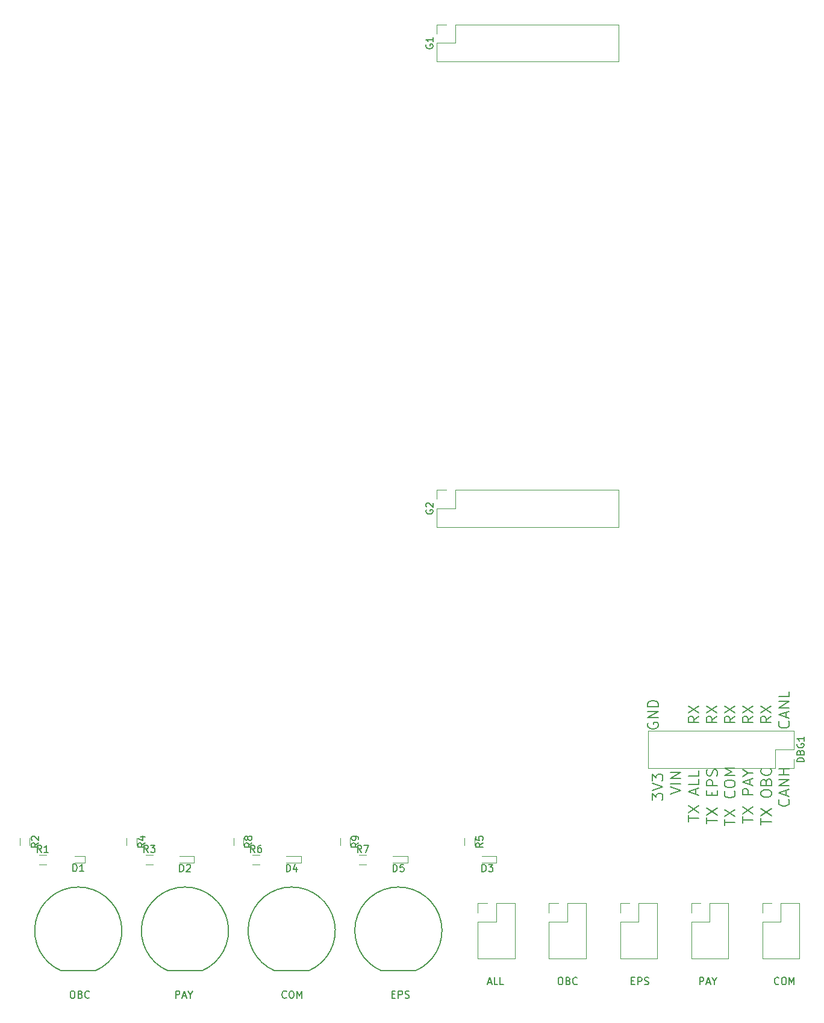
<source format=gto>
G04 #@! TF.FileFunction,Legend,Top*
%FSLAX46Y46*%
G04 Gerber Fmt 4.6, Leading zero omitted, Abs format (unit mm)*
G04 Created by KiCad (PCBNEW 4.0.6) date Monday, August 21, 2017 'PMt' 07:16:47 PM*
%MOMM*%
%LPD*%
G01*
G04 APERTURE LIST*
%ADD10C,0.100000*%
%ADD11C,0.150000*%
%ADD12C,0.120000*%
G04 APERTURE END LIST*
D10*
D11*
X132600000Y-138302857D02*
X132528571Y-138445714D01*
X132528571Y-138660000D01*
X132600000Y-138874285D01*
X132742857Y-139017143D01*
X132885714Y-139088571D01*
X133171429Y-139160000D01*
X133385714Y-139160000D01*
X133671429Y-139088571D01*
X133814286Y-139017143D01*
X133957143Y-138874285D01*
X134028571Y-138660000D01*
X134028571Y-138517143D01*
X133957143Y-138302857D01*
X133885714Y-138231428D01*
X133385714Y-138231428D01*
X133385714Y-138517143D01*
X134028571Y-137588571D02*
X132528571Y-137588571D01*
X134028571Y-136731428D01*
X132528571Y-136731428D01*
X134028571Y-136017142D02*
X132528571Y-136017142D01*
X132528571Y-135659999D01*
X132600000Y-135445714D01*
X132742857Y-135302856D01*
X132885714Y-135231428D01*
X133171429Y-135159999D01*
X133385714Y-135159999D01*
X133671429Y-135231428D01*
X133814286Y-135302856D01*
X133957143Y-135445714D01*
X134028571Y-135659999D01*
X134028571Y-136017142D01*
X149903571Y-137409999D02*
X149189286Y-137909999D01*
X149903571Y-138267142D02*
X148403571Y-138267142D01*
X148403571Y-137695714D01*
X148475000Y-137552856D01*
X148546429Y-137481428D01*
X148689286Y-137409999D01*
X148903571Y-137409999D01*
X149046429Y-137481428D01*
X149117857Y-137552856D01*
X149189286Y-137695714D01*
X149189286Y-138267142D01*
X148403571Y-136909999D02*
X149903571Y-135909999D01*
X148403571Y-135909999D02*
X149903571Y-136909999D01*
X147363571Y-137409999D02*
X146649286Y-137909999D01*
X147363571Y-138267142D02*
X145863571Y-138267142D01*
X145863571Y-137695714D01*
X145935000Y-137552856D01*
X146006429Y-137481428D01*
X146149286Y-137409999D01*
X146363571Y-137409999D01*
X146506429Y-137481428D01*
X146577857Y-137552856D01*
X146649286Y-137695714D01*
X146649286Y-138267142D01*
X145863571Y-136909999D02*
X147363571Y-135909999D01*
X145863571Y-135909999D02*
X147363571Y-136909999D01*
X144823571Y-137409999D02*
X144109286Y-137909999D01*
X144823571Y-138267142D02*
X143323571Y-138267142D01*
X143323571Y-137695714D01*
X143395000Y-137552856D01*
X143466429Y-137481428D01*
X143609286Y-137409999D01*
X143823571Y-137409999D01*
X143966429Y-137481428D01*
X144037857Y-137552856D01*
X144109286Y-137695714D01*
X144109286Y-138267142D01*
X143323571Y-136909999D02*
X144823571Y-135909999D01*
X143323571Y-135909999D02*
X144823571Y-136909999D01*
X142283571Y-137409999D02*
X141569286Y-137909999D01*
X142283571Y-138267142D02*
X140783571Y-138267142D01*
X140783571Y-137695714D01*
X140855000Y-137552856D01*
X140926429Y-137481428D01*
X141069286Y-137409999D01*
X141283571Y-137409999D01*
X141426429Y-137481428D01*
X141497857Y-137552856D01*
X141569286Y-137695714D01*
X141569286Y-138267142D01*
X140783571Y-136909999D02*
X142283571Y-135909999D01*
X140783571Y-135909999D02*
X142283571Y-136909999D01*
X139743571Y-137409999D02*
X139029286Y-137909999D01*
X139743571Y-138267142D02*
X138243571Y-138267142D01*
X138243571Y-137695714D01*
X138315000Y-137552856D01*
X138386429Y-137481428D01*
X138529286Y-137409999D01*
X138743571Y-137409999D01*
X138886429Y-137481428D01*
X138957857Y-137552856D01*
X139029286Y-137695714D01*
X139029286Y-138267142D01*
X138243571Y-136909999D02*
X139743571Y-135909999D01*
X138243571Y-135909999D02*
X139743571Y-136909999D01*
X152300714Y-138096428D02*
X152372143Y-138167857D01*
X152443571Y-138382143D01*
X152443571Y-138525000D01*
X152372143Y-138739285D01*
X152229286Y-138882143D01*
X152086429Y-138953571D01*
X151800714Y-139025000D01*
X151586429Y-139025000D01*
X151300714Y-138953571D01*
X151157857Y-138882143D01*
X151015000Y-138739285D01*
X150943571Y-138525000D01*
X150943571Y-138382143D01*
X151015000Y-138167857D01*
X151086429Y-138096428D01*
X152015000Y-137525000D02*
X152015000Y-136810714D01*
X152443571Y-137667857D02*
X150943571Y-137167857D01*
X152443571Y-136667857D01*
X152443571Y-136167857D02*
X150943571Y-136167857D01*
X152443571Y-135310714D01*
X150943571Y-135310714D01*
X152443571Y-133882142D02*
X152443571Y-134596428D01*
X150943571Y-134596428D01*
X152300714Y-149070000D02*
X152372143Y-149141429D01*
X152443571Y-149355715D01*
X152443571Y-149498572D01*
X152372143Y-149712857D01*
X152229286Y-149855715D01*
X152086429Y-149927143D01*
X151800714Y-149998572D01*
X151586429Y-149998572D01*
X151300714Y-149927143D01*
X151157857Y-149855715D01*
X151015000Y-149712857D01*
X150943571Y-149498572D01*
X150943571Y-149355715D01*
X151015000Y-149141429D01*
X151086429Y-149070000D01*
X152015000Y-148498572D02*
X152015000Y-147784286D01*
X152443571Y-148641429D02*
X150943571Y-148141429D01*
X152443571Y-147641429D01*
X152443571Y-147141429D02*
X150943571Y-147141429D01*
X152443571Y-146284286D01*
X150943571Y-146284286D01*
X152443571Y-145570000D02*
X150943571Y-145570000D01*
X151657857Y-145570000D02*
X151657857Y-144712857D01*
X152443571Y-144712857D02*
X150943571Y-144712857D01*
X148473571Y-152590000D02*
X148473571Y-151732857D01*
X149973571Y-152161428D02*
X148473571Y-152161428D01*
X148473571Y-151375714D02*
X149973571Y-150375714D01*
X148473571Y-150375714D02*
X149973571Y-151375714D01*
X148473571Y-148375715D02*
X148473571Y-148090001D01*
X148545000Y-147947143D01*
X148687857Y-147804286D01*
X148973571Y-147732858D01*
X149473571Y-147732858D01*
X149759286Y-147804286D01*
X149902143Y-147947143D01*
X149973571Y-148090001D01*
X149973571Y-148375715D01*
X149902143Y-148518572D01*
X149759286Y-148661429D01*
X149473571Y-148732858D01*
X148973571Y-148732858D01*
X148687857Y-148661429D01*
X148545000Y-148518572D01*
X148473571Y-148375715D01*
X149187857Y-146590000D02*
X149259286Y-146375714D01*
X149330714Y-146304286D01*
X149473571Y-146232857D01*
X149687857Y-146232857D01*
X149830714Y-146304286D01*
X149902143Y-146375714D01*
X149973571Y-146518572D01*
X149973571Y-147090000D01*
X148473571Y-147090000D01*
X148473571Y-146590000D01*
X148545000Y-146447143D01*
X148616429Y-146375714D01*
X148759286Y-146304286D01*
X148902143Y-146304286D01*
X149045000Y-146375714D01*
X149116429Y-146447143D01*
X149187857Y-146590000D01*
X149187857Y-147090000D01*
X149830714Y-144732857D02*
X149902143Y-144804286D01*
X149973571Y-145018572D01*
X149973571Y-145161429D01*
X149902143Y-145375714D01*
X149759286Y-145518572D01*
X149616429Y-145590000D01*
X149330714Y-145661429D01*
X149116429Y-145661429D01*
X148830714Y-145590000D01*
X148687857Y-145518572D01*
X148545000Y-145375714D01*
X148473571Y-145161429D01*
X148473571Y-145018572D01*
X148545000Y-144804286D01*
X148616429Y-144732857D01*
X145863571Y-152339999D02*
X145863571Y-151482856D01*
X147363571Y-151911427D02*
X145863571Y-151911427D01*
X145863571Y-151125713D02*
X147363571Y-150125713D01*
X145863571Y-150125713D02*
X147363571Y-151125713D01*
X147363571Y-148411428D02*
X145863571Y-148411428D01*
X145863571Y-147840000D01*
X145935000Y-147697142D01*
X146006429Y-147625714D01*
X146149286Y-147554285D01*
X146363571Y-147554285D01*
X146506429Y-147625714D01*
X146577857Y-147697142D01*
X146649286Y-147840000D01*
X146649286Y-148411428D01*
X146935000Y-146982857D02*
X146935000Y-146268571D01*
X147363571Y-147125714D02*
X145863571Y-146625714D01*
X147363571Y-146125714D01*
X146649286Y-145340000D02*
X147363571Y-145340000D01*
X145863571Y-145840000D02*
X146649286Y-145340000D01*
X145863571Y-144840000D01*
X143323571Y-152697143D02*
X143323571Y-151840000D01*
X144823571Y-152268571D02*
X143323571Y-152268571D01*
X143323571Y-151482857D02*
X144823571Y-150482857D01*
X143323571Y-150482857D02*
X144823571Y-151482857D01*
X144680714Y-147911429D02*
X144752143Y-147982858D01*
X144823571Y-148197144D01*
X144823571Y-148340001D01*
X144752143Y-148554286D01*
X144609286Y-148697144D01*
X144466429Y-148768572D01*
X144180714Y-148840001D01*
X143966429Y-148840001D01*
X143680714Y-148768572D01*
X143537857Y-148697144D01*
X143395000Y-148554286D01*
X143323571Y-148340001D01*
X143323571Y-148197144D01*
X143395000Y-147982858D01*
X143466429Y-147911429D01*
X143323571Y-146982858D02*
X143323571Y-146697144D01*
X143395000Y-146554286D01*
X143537857Y-146411429D01*
X143823571Y-146340001D01*
X144323571Y-146340001D01*
X144609286Y-146411429D01*
X144752143Y-146554286D01*
X144823571Y-146697144D01*
X144823571Y-146982858D01*
X144752143Y-147125715D01*
X144609286Y-147268572D01*
X144323571Y-147340001D01*
X143823571Y-147340001D01*
X143537857Y-147268572D01*
X143395000Y-147125715D01*
X143323571Y-146982858D01*
X144823571Y-145697143D02*
X143323571Y-145697143D01*
X144395000Y-145197143D01*
X143323571Y-144697143D01*
X144823571Y-144697143D01*
X140853571Y-152447142D02*
X140853571Y-151589999D01*
X142353571Y-152018570D02*
X140853571Y-152018570D01*
X140853571Y-151232856D02*
X142353571Y-150232856D01*
X140853571Y-150232856D02*
X142353571Y-151232856D01*
X141567857Y-148518571D02*
X141567857Y-148018571D01*
X142353571Y-147804285D02*
X142353571Y-148518571D01*
X140853571Y-148518571D01*
X140853571Y-147804285D01*
X142353571Y-147161428D02*
X140853571Y-147161428D01*
X140853571Y-146590000D01*
X140925000Y-146447142D01*
X140996429Y-146375714D01*
X141139286Y-146304285D01*
X141353571Y-146304285D01*
X141496429Y-146375714D01*
X141567857Y-146447142D01*
X141639286Y-146590000D01*
X141639286Y-147161428D01*
X142282143Y-145732857D02*
X142353571Y-145518571D01*
X142353571Y-145161428D01*
X142282143Y-145018571D01*
X142210714Y-144947142D01*
X142067857Y-144875714D01*
X141925000Y-144875714D01*
X141782143Y-144947142D01*
X141710714Y-145018571D01*
X141639286Y-145161428D01*
X141567857Y-145447142D01*
X141496429Y-145590000D01*
X141425000Y-145661428D01*
X141282143Y-145732857D01*
X141139286Y-145732857D01*
X140996429Y-145661428D01*
X140925000Y-145590000D01*
X140853571Y-145447142D01*
X140853571Y-145090000D01*
X140925000Y-144875714D01*
X138243571Y-152161428D02*
X138243571Y-151304285D01*
X139743571Y-151732856D02*
X138243571Y-151732856D01*
X138243571Y-150947142D02*
X139743571Y-149947142D01*
X138243571Y-149947142D02*
X139743571Y-150947142D01*
X139315000Y-148304286D02*
X139315000Y-147590000D01*
X139743571Y-148447143D02*
X138243571Y-147947143D01*
X139743571Y-147447143D01*
X139743571Y-146232857D02*
X139743571Y-146947143D01*
X138243571Y-146947143D01*
X139743571Y-145018571D02*
X139743571Y-145732857D01*
X138243571Y-145732857D01*
X135703571Y-148327857D02*
X137203571Y-147827857D01*
X135703571Y-147327857D01*
X137203571Y-146827857D02*
X135703571Y-146827857D01*
X137203571Y-146113571D02*
X135703571Y-146113571D01*
X137203571Y-145256428D01*
X135703571Y-145256428D01*
X133163571Y-149177142D02*
X133163571Y-148248571D01*
X133735000Y-148748571D01*
X133735000Y-148534285D01*
X133806429Y-148391428D01*
X133877857Y-148319999D01*
X134020714Y-148248571D01*
X134377857Y-148248571D01*
X134520714Y-148319999D01*
X134592143Y-148391428D01*
X134663571Y-148534285D01*
X134663571Y-148962857D01*
X134592143Y-149105714D01*
X134520714Y-149177142D01*
X133163571Y-147820000D02*
X134663571Y-147320000D01*
X133163571Y-146820000D01*
X133163571Y-146462857D02*
X133163571Y-145534286D01*
X133735000Y-146034286D01*
X133735000Y-145820000D01*
X133806429Y-145677143D01*
X133877857Y-145605714D01*
X134020714Y-145534286D01*
X134377857Y-145534286D01*
X134520714Y-145605714D01*
X134592143Y-145677143D01*
X134663571Y-145820000D01*
X134663571Y-146248572D01*
X134592143Y-146391429D01*
X134520714Y-146462857D01*
D12*
X53450000Y-157950000D02*
X53450000Y-157050000D01*
X53450000Y-157050000D02*
X52000000Y-157050000D01*
X53450000Y-157950000D02*
X52000000Y-157950000D01*
X68800000Y-158000000D02*
X68800000Y-157000000D01*
X68800000Y-157000000D02*
X66700000Y-157000000D01*
X68800000Y-158000000D02*
X66700000Y-158000000D01*
X111300000Y-158000000D02*
X111300000Y-157000000D01*
X111300000Y-157000000D02*
X109200000Y-157000000D01*
X111300000Y-158000000D02*
X109200000Y-158000000D01*
X83800000Y-158000000D02*
X83800000Y-157000000D01*
X83800000Y-157000000D02*
X81700000Y-157000000D01*
X83800000Y-158000000D02*
X81700000Y-158000000D01*
X98800000Y-158000000D02*
X98800000Y-157000000D01*
X98800000Y-157000000D02*
X96700000Y-157000000D01*
X98800000Y-158000000D02*
X96700000Y-158000000D01*
X150480000Y-144630000D02*
X132640000Y-144630000D01*
X132640000Y-144630000D02*
X132640000Y-139430000D01*
X132640000Y-139430000D02*
X153080000Y-139430000D01*
X153080000Y-139430000D02*
X153080000Y-142030000D01*
X153080000Y-142030000D02*
X150480000Y-142030000D01*
X150480000Y-142030000D02*
X150480000Y-144630000D01*
X151750000Y-144630000D02*
X153080000Y-144630000D01*
X153080000Y-144630000D02*
X153080000Y-143360000D01*
X105520000Y-40170000D02*
X128440000Y-40170000D01*
X128440000Y-40170000D02*
X128440000Y-45370000D01*
X128440000Y-45370000D02*
X102920000Y-45370000D01*
X102920000Y-45370000D02*
X102920000Y-42770000D01*
X102920000Y-42770000D02*
X105520000Y-42770000D01*
X105520000Y-42770000D02*
X105520000Y-40170000D01*
X104250000Y-40170000D02*
X102920000Y-40170000D01*
X102920000Y-40170000D02*
X102920000Y-41440000D01*
X105520000Y-105570000D02*
X128440000Y-105570000D01*
X128440000Y-105570000D02*
X128440000Y-110770000D01*
X128440000Y-110770000D02*
X102920000Y-110770000D01*
X102920000Y-110770000D02*
X102920000Y-108170000D01*
X102920000Y-108170000D02*
X105520000Y-108170000D01*
X105520000Y-108170000D02*
X105520000Y-105570000D01*
X104250000Y-105570000D02*
X102920000Y-105570000D01*
X102920000Y-105570000D02*
X102920000Y-106840000D01*
X118670000Y-171410000D02*
X123870000Y-171410000D01*
X118670000Y-166270000D02*
X118670000Y-171410000D01*
X123870000Y-163670000D02*
X123870000Y-171410000D01*
X118670000Y-166270000D02*
X121270000Y-166270000D01*
X121270000Y-166270000D02*
X121270000Y-163670000D01*
X121270000Y-163670000D02*
X123870000Y-163670000D01*
X118670000Y-165000000D02*
X118670000Y-163670000D01*
X118670000Y-163670000D02*
X120000000Y-163670000D01*
X138670000Y-171410000D02*
X143870000Y-171410000D01*
X138670000Y-166270000D02*
X138670000Y-171410000D01*
X143870000Y-163670000D02*
X143870000Y-171410000D01*
X138670000Y-166270000D02*
X141270000Y-166270000D01*
X141270000Y-166270000D02*
X141270000Y-163670000D01*
X141270000Y-163670000D02*
X143870000Y-163670000D01*
X138670000Y-165000000D02*
X138670000Y-163670000D01*
X138670000Y-163670000D02*
X140000000Y-163670000D01*
X148670000Y-171410000D02*
X153870000Y-171410000D01*
X148670000Y-166270000D02*
X148670000Y-171410000D01*
X153870000Y-163670000D02*
X153870000Y-171410000D01*
X148670000Y-166270000D02*
X151270000Y-166270000D01*
X151270000Y-166270000D02*
X151270000Y-163670000D01*
X151270000Y-163670000D02*
X153870000Y-163670000D01*
X148670000Y-165000000D02*
X148670000Y-163670000D01*
X148670000Y-163670000D02*
X150000000Y-163670000D01*
X108670000Y-171410000D02*
X113870000Y-171410000D01*
X108670000Y-166270000D02*
X108670000Y-171410000D01*
X113870000Y-163670000D02*
X113870000Y-171410000D01*
X108670000Y-166270000D02*
X111270000Y-166270000D01*
X111270000Y-166270000D02*
X111270000Y-163670000D01*
X111270000Y-163670000D02*
X113870000Y-163670000D01*
X108670000Y-165000000D02*
X108670000Y-163670000D01*
X108670000Y-163670000D02*
X110000000Y-163670000D01*
X128670000Y-171410000D02*
X133870000Y-171410000D01*
X128670000Y-166270000D02*
X128670000Y-171410000D01*
X133870000Y-163670000D02*
X133870000Y-171410000D01*
X128670000Y-166270000D02*
X131270000Y-166270000D01*
X131270000Y-166270000D02*
X131270000Y-163670000D01*
X131270000Y-163670000D02*
X133870000Y-163670000D01*
X128670000Y-165000000D02*
X128670000Y-163670000D01*
X128670000Y-163670000D02*
X130000000Y-163670000D01*
X48000000Y-158180000D02*
X47000000Y-158180000D01*
X47000000Y-156820000D02*
X48000000Y-156820000D01*
X44320000Y-155500000D02*
X44320000Y-154500000D01*
X45680000Y-154500000D02*
X45680000Y-155500000D01*
X63000000Y-158180000D02*
X62000000Y-158180000D01*
X62000000Y-156820000D02*
X63000000Y-156820000D01*
X59320000Y-155500000D02*
X59320000Y-154500000D01*
X60680000Y-154500000D02*
X60680000Y-155500000D01*
X106820000Y-155500000D02*
X106820000Y-154500000D01*
X108180000Y-154500000D02*
X108180000Y-155500000D01*
X78000000Y-158180000D02*
X77000000Y-158180000D01*
X77000000Y-156820000D02*
X78000000Y-156820000D01*
X93000000Y-158180000D02*
X92000000Y-158180000D01*
X92000000Y-156820000D02*
X93000000Y-156820000D01*
X74320000Y-155500000D02*
X74320000Y-154500000D01*
X75680000Y-154500000D02*
X75680000Y-155500000D01*
X89320000Y-155500000D02*
X89320000Y-154500000D01*
X90680000Y-154500000D02*
X90680000Y-155500000D01*
D11*
X54890000Y-173140000D02*
X50110000Y-173140000D01*
X54896843Y-173137095D02*
G75*
G03X50110000Y-173140000I-2396843J5637095D01*
G01*
X69890000Y-173140000D02*
X65110000Y-173140000D01*
X69896843Y-173137095D02*
G75*
G03X65110000Y-173140000I-2396843J5637095D01*
G01*
X84890000Y-173140000D02*
X80110000Y-173140000D01*
X84896843Y-173137095D02*
G75*
G03X80110000Y-173140000I-2396843J5637095D01*
G01*
X99890000Y-173140000D02*
X95110000Y-173140000D01*
X99896843Y-173137095D02*
G75*
G03X95110000Y-173140000I-2396843J5637095D01*
G01*
X51761905Y-159152381D02*
X51761905Y-158152381D01*
X52000000Y-158152381D01*
X52142858Y-158200000D01*
X52238096Y-158295238D01*
X52285715Y-158390476D01*
X52333334Y-158580952D01*
X52333334Y-158723810D01*
X52285715Y-158914286D01*
X52238096Y-159009524D01*
X52142858Y-159104762D01*
X52000000Y-159152381D01*
X51761905Y-159152381D01*
X53285715Y-159152381D02*
X52714286Y-159152381D01*
X53000000Y-159152381D02*
X53000000Y-158152381D01*
X52904762Y-158295238D01*
X52809524Y-158390476D01*
X52714286Y-158438095D01*
X66761905Y-159202381D02*
X66761905Y-158202381D01*
X67000000Y-158202381D01*
X67142858Y-158250000D01*
X67238096Y-158345238D01*
X67285715Y-158440476D01*
X67333334Y-158630952D01*
X67333334Y-158773810D01*
X67285715Y-158964286D01*
X67238096Y-159059524D01*
X67142858Y-159154762D01*
X67000000Y-159202381D01*
X66761905Y-159202381D01*
X67714286Y-158297619D02*
X67761905Y-158250000D01*
X67857143Y-158202381D01*
X68095239Y-158202381D01*
X68190477Y-158250000D01*
X68238096Y-158297619D01*
X68285715Y-158392857D01*
X68285715Y-158488095D01*
X68238096Y-158630952D01*
X67666667Y-159202381D01*
X68285715Y-159202381D01*
X109261905Y-159202381D02*
X109261905Y-158202381D01*
X109500000Y-158202381D01*
X109642858Y-158250000D01*
X109738096Y-158345238D01*
X109785715Y-158440476D01*
X109833334Y-158630952D01*
X109833334Y-158773810D01*
X109785715Y-158964286D01*
X109738096Y-159059524D01*
X109642858Y-159154762D01*
X109500000Y-159202381D01*
X109261905Y-159202381D01*
X110166667Y-158202381D02*
X110785715Y-158202381D01*
X110452381Y-158583333D01*
X110595239Y-158583333D01*
X110690477Y-158630952D01*
X110738096Y-158678571D01*
X110785715Y-158773810D01*
X110785715Y-159011905D01*
X110738096Y-159107143D01*
X110690477Y-159154762D01*
X110595239Y-159202381D01*
X110309524Y-159202381D01*
X110214286Y-159154762D01*
X110166667Y-159107143D01*
X81761905Y-159202381D02*
X81761905Y-158202381D01*
X82000000Y-158202381D01*
X82142858Y-158250000D01*
X82238096Y-158345238D01*
X82285715Y-158440476D01*
X82333334Y-158630952D01*
X82333334Y-158773810D01*
X82285715Y-158964286D01*
X82238096Y-159059524D01*
X82142858Y-159154762D01*
X82000000Y-159202381D01*
X81761905Y-159202381D01*
X83190477Y-158535714D02*
X83190477Y-159202381D01*
X82952381Y-158154762D02*
X82714286Y-158869048D01*
X83333334Y-158869048D01*
X96761905Y-159202381D02*
X96761905Y-158202381D01*
X97000000Y-158202381D01*
X97142858Y-158250000D01*
X97238096Y-158345238D01*
X97285715Y-158440476D01*
X97333334Y-158630952D01*
X97333334Y-158773810D01*
X97285715Y-158964286D01*
X97238096Y-159059524D01*
X97142858Y-159154762D01*
X97000000Y-159202381D01*
X96761905Y-159202381D01*
X98238096Y-158202381D02*
X97761905Y-158202381D01*
X97714286Y-158678571D01*
X97761905Y-158630952D01*
X97857143Y-158583333D01*
X98095239Y-158583333D01*
X98190477Y-158630952D01*
X98238096Y-158678571D01*
X98285715Y-158773810D01*
X98285715Y-159011905D01*
X98238096Y-159107143D01*
X98190477Y-159154762D01*
X98095239Y-159202381D01*
X97857143Y-159202381D01*
X97761905Y-159154762D01*
X97714286Y-159107143D01*
X154532381Y-143768095D02*
X153532381Y-143768095D01*
X153532381Y-143530000D01*
X153580000Y-143387142D01*
X153675238Y-143291904D01*
X153770476Y-143244285D01*
X153960952Y-143196666D01*
X154103810Y-143196666D01*
X154294286Y-143244285D01*
X154389524Y-143291904D01*
X154484762Y-143387142D01*
X154532381Y-143530000D01*
X154532381Y-143768095D01*
X154008571Y-142434761D02*
X154056190Y-142291904D01*
X154103810Y-142244285D01*
X154199048Y-142196666D01*
X154341905Y-142196666D01*
X154437143Y-142244285D01*
X154484762Y-142291904D01*
X154532381Y-142387142D01*
X154532381Y-142768095D01*
X153532381Y-142768095D01*
X153532381Y-142434761D01*
X153580000Y-142339523D01*
X153627619Y-142291904D01*
X153722857Y-142244285D01*
X153818095Y-142244285D01*
X153913333Y-142291904D01*
X153960952Y-142339523D01*
X154008571Y-142434761D01*
X154008571Y-142768095D01*
X153580000Y-141244285D02*
X153532381Y-141339523D01*
X153532381Y-141482380D01*
X153580000Y-141625238D01*
X153675238Y-141720476D01*
X153770476Y-141768095D01*
X153960952Y-141815714D01*
X154103810Y-141815714D01*
X154294286Y-141768095D01*
X154389524Y-141720476D01*
X154484762Y-141625238D01*
X154532381Y-141482380D01*
X154532381Y-141387142D01*
X154484762Y-141244285D01*
X154437143Y-141196666D01*
X154103810Y-141196666D01*
X154103810Y-141387142D01*
X154532381Y-140244285D02*
X154532381Y-140815714D01*
X154532381Y-140530000D02*
X153532381Y-140530000D01*
X153675238Y-140625238D01*
X153770476Y-140720476D01*
X153818095Y-140815714D01*
X101420000Y-42984285D02*
X101372381Y-43079523D01*
X101372381Y-43222380D01*
X101420000Y-43365238D01*
X101515238Y-43460476D01*
X101610476Y-43508095D01*
X101800952Y-43555714D01*
X101943810Y-43555714D01*
X102134286Y-43508095D01*
X102229524Y-43460476D01*
X102324762Y-43365238D01*
X102372381Y-43222380D01*
X102372381Y-43127142D01*
X102324762Y-42984285D01*
X102277143Y-42936666D01*
X101943810Y-42936666D01*
X101943810Y-43127142D01*
X102372381Y-41984285D02*
X102372381Y-42555714D01*
X102372381Y-42270000D02*
X101372381Y-42270000D01*
X101515238Y-42365238D01*
X101610476Y-42460476D01*
X101658095Y-42555714D01*
X101420000Y-108384285D02*
X101372381Y-108479523D01*
X101372381Y-108622380D01*
X101420000Y-108765238D01*
X101515238Y-108860476D01*
X101610476Y-108908095D01*
X101800952Y-108955714D01*
X101943810Y-108955714D01*
X102134286Y-108908095D01*
X102229524Y-108860476D01*
X102324762Y-108765238D01*
X102372381Y-108622380D01*
X102372381Y-108527142D01*
X102324762Y-108384285D01*
X102277143Y-108336666D01*
X101943810Y-108336666D01*
X101943810Y-108527142D01*
X101467619Y-107955714D02*
X101420000Y-107908095D01*
X101372381Y-107812857D01*
X101372381Y-107574761D01*
X101420000Y-107479523D01*
X101467619Y-107431904D01*
X101562857Y-107384285D01*
X101658095Y-107384285D01*
X101800952Y-107431904D01*
X102372381Y-108003333D01*
X102372381Y-107384285D01*
X120189762Y-174077381D02*
X120380239Y-174077381D01*
X120475477Y-174125000D01*
X120570715Y-174220238D01*
X120618334Y-174410714D01*
X120618334Y-174744048D01*
X120570715Y-174934524D01*
X120475477Y-175029762D01*
X120380239Y-175077381D01*
X120189762Y-175077381D01*
X120094524Y-175029762D01*
X119999286Y-174934524D01*
X119951667Y-174744048D01*
X119951667Y-174410714D01*
X119999286Y-174220238D01*
X120094524Y-174125000D01*
X120189762Y-174077381D01*
X121380239Y-174553571D02*
X121523096Y-174601190D01*
X121570715Y-174648810D01*
X121618334Y-174744048D01*
X121618334Y-174886905D01*
X121570715Y-174982143D01*
X121523096Y-175029762D01*
X121427858Y-175077381D01*
X121046905Y-175077381D01*
X121046905Y-174077381D01*
X121380239Y-174077381D01*
X121475477Y-174125000D01*
X121523096Y-174172619D01*
X121570715Y-174267857D01*
X121570715Y-174363095D01*
X121523096Y-174458333D01*
X121475477Y-174505952D01*
X121380239Y-174553571D01*
X121046905Y-174553571D01*
X122618334Y-174982143D02*
X122570715Y-175029762D01*
X122427858Y-175077381D01*
X122332620Y-175077381D01*
X122189762Y-175029762D01*
X122094524Y-174934524D01*
X122046905Y-174839286D01*
X121999286Y-174648810D01*
X121999286Y-174505952D01*
X122046905Y-174315476D01*
X122094524Y-174220238D01*
X122189762Y-174125000D01*
X122332620Y-174077381D01*
X122427858Y-174077381D01*
X122570715Y-174125000D01*
X122618334Y-174172619D01*
X139850952Y-175077381D02*
X139850952Y-174077381D01*
X140231905Y-174077381D01*
X140327143Y-174125000D01*
X140374762Y-174172619D01*
X140422381Y-174267857D01*
X140422381Y-174410714D01*
X140374762Y-174505952D01*
X140327143Y-174553571D01*
X140231905Y-174601190D01*
X139850952Y-174601190D01*
X140803333Y-174791667D02*
X141279524Y-174791667D01*
X140708095Y-175077381D02*
X141041428Y-174077381D01*
X141374762Y-175077381D01*
X141898571Y-174601190D02*
X141898571Y-175077381D01*
X141565238Y-174077381D02*
X141898571Y-174601190D01*
X142231905Y-174077381D01*
X150979286Y-174982143D02*
X150931667Y-175029762D01*
X150788810Y-175077381D01*
X150693572Y-175077381D01*
X150550714Y-175029762D01*
X150455476Y-174934524D01*
X150407857Y-174839286D01*
X150360238Y-174648810D01*
X150360238Y-174505952D01*
X150407857Y-174315476D01*
X150455476Y-174220238D01*
X150550714Y-174125000D01*
X150693572Y-174077381D01*
X150788810Y-174077381D01*
X150931667Y-174125000D01*
X150979286Y-174172619D01*
X151598333Y-174077381D02*
X151788810Y-174077381D01*
X151884048Y-174125000D01*
X151979286Y-174220238D01*
X152026905Y-174410714D01*
X152026905Y-174744048D01*
X151979286Y-174934524D01*
X151884048Y-175029762D01*
X151788810Y-175077381D01*
X151598333Y-175077381D01*
X151503095Y-175029762D01*
X151407857Y-174934524D01*
X151360238Y-174744048D01*
X151360238Y-174410714D01*
X151407857Y-174220238D01*
X151503095Y-174125000D01*
X151598333Y-174077381D01*
X152455476Y-175077381D02*
X152455476Y-174077381D01*
X152788810Y-174791667D01*
X153122143Y-174077381D01*
X153122143Y-175077381D01*
X110077381Y-174791667D02*
X110553572Y-174791667D01*
X109982143Y-175077381D02*
X110315476Y-174077381D01*
X110648810Y-175077381D01*
X111458334Y-175077381D02*
X110982143Y-175077381D01*
X110982143Y-174077381D01*
X112267858Y-175077381D02*
X111791667Y-175077381D01*
X111791667Y-174077381D01*
X130254524Y-174553571D02*
X130587858Y-174553571D01*
X130730715Y-175077381D02*
X130254524Y-175077381D01*
X130254524Y-174077381D01*
X130730715Y-174077381D01*
X131159286Y-175077381D02*
X131159286Y-174077381D01*
X131540239Y-174077381D01*
X131635477Y-174125000D01*
X131683096Y-174172619D01*
X131730715Y-174267857D01*
X131730715Y-174410714D01*
X131683096Y-174505952D01*
X131635477Y-174553571D01*
X131540239Y-174601190D01*
X131159286Y-174601190D01*
X132111667Y-175029762D02*
X132254524Y-175077381D01*
X132492620Y-175077381D01*
X132587858Y-175029762D01*
X132635477Y-174982143D01*
X132683096Y-174886905D01*
X132683096Y-174791667D01*
X132635477Y-174696429D01*
X132587858Y-174648810D01*
X132492620Y-174601190D01*
X132302143Y-174553571D01*
X132206905Y-174505952D01*
X132159286Y-174458333D01*
X132111667Y-174363095D01*
X132111667Y-174267857D01*
X132159286Y-174172619D01*
X132206905Y-174125000D01*
X132302143Y-174077381D01*
X132540239Y-174077381D01*
X132683096Y-174125000D01*
X47333334Y-156502381D02*
X47000000Y-156026190D01*
X46761905Y-156502381D02*
X46761905Y-155502381D01*
X47142858Y-155502381D01*
X47238096Y-155550000D01*
X47285715Y-155597619D01*
X47333334Y-155692857D01*
X47333334Y-155835714D01*
X47285715Y-155930952D01*
X47238096Y-155978571D01*
X47142858Y-156026190D01*
X46761905Y-156026190D01*
X48285715Y-156502381D02*
X47714286Y-156502381D01*
X48000000Y-156502381D02*
X48000000Y-155502381D01*
X47904762Y-155645238D01*
X47809524Y-155740476D01*
X47714286Y-155788095D01*
X46902381Y-155166666D02*
X46426190Y-155500000D01*
X46902381Y-155738095D02*
X45902381Y-155738095D01*
X45902381Y-155357142D01*
X45950000Y-155261904D01*
X45997619Y-155214285D01*
X46092857Y-155166666D01*
X46235714Y-155166666D01*
X46330952Y-155214285D01*
X46378571Y-155261904D01*
X46426190Y-155357142D01*
X46426190Y-155738095D01*
X45997619Y-154785714D02*
X45950000Y-154738095D01*
X45902381Y-154642857D01*
X45902381Y-154404761D01*
X45950000Y-154309523D01*
X45997619Y-154261904D01*
X46092857Y-154214285D01*
X46188095Y-154214285D01*
X46330952Y-154261904D01*
X46902381Y-154833333D01*
X46902381Y-154214285D01*
X62333334Y-156502381D02*
X62000000Y-156026190D01*
X61761905Y-156502381D02*
X61761905Y-155502381D01*
X62142858Y-155502381D01*
X62238096Y-155550000D01*
X62285715Y-155597619D01*
X62333334Y-155692857D01*
X62333334Y-155835714D01*
X62285715Y-155930952D01*
X62238096Y-155978571D01*
X62142858Y-156026190D01*
X61761905Y-156026190D01*
X62666667Y-155502381D02*
X63285715Y-155502381D01*
X62952381Y-155883333D01*
X63095239Y-155883333D01*
X63190477Y-155930952D01*
X63238096Y-155978571D01*
X63285715Y-156073810D01*
X63285715Y-156311905D01*
X63238096Y-156407143D01*
X63190477Y-156454762D01*
X63095239Y-156502381D01*
X62809524Y-156502381D01*
X62714286Y-156454762D01*
X62666667Y-156407143D01*
X61902381Y-155166666D02*
X61426190Y-155500000D01*
X61902381Y-155738095D02*
X60902381Y-155738095D01*
X60902381Y-155357142D01*
X60950000Y-155261904D01*
X60997619Y-155214285D01*
X61092857Y-155166666D01*
X61235714Y-155166666D01*
X61330952Y-155214285D01*
X61378571Y-155261904D01*
X61426190Y-155357142D01*
X61426190Y-155738095D01*
X61235714Y-154309523D02*
X61902381Y-154309523D01*
X60854762Y-154547619D02*
X61569048Y-154785714D01*
X61569048Y-154166666D01*
X109402381Y-155166666D02*
X108926190Y-155500000D01*
X109402381Y-155738095D02*
X108402381Y-155738095D01*
X108402381Y-155357142D01*
X108450000Y-155261904D01*
X108497619Y-155214285D01*
X108592857Y-155166666D01*
X108735714Y-155166666D01*
X108830952Y-155214285D01*
X108878571Y-155261904D01*
X108926190Y-155357142D01*
X108926190Y-155738095D01*
X108402381Y-154261904D02*
X108402381Y-154738095D01*
X108878571Y-154785714D01*
X108830952Y-154738095D01*
X108783333Y-154642857D01*
X108783333Y-154404761D01*
X108830952Y-154309523D01*
X108878571Y-154261904D01*
X108973810Y-154214285D01*
X109211905Y-154214285D01*
X109307143Y-154261904D01*
X109354762Y-154309523D01*
X109402381Y-154404761D01*
X109402381Y-154642857D01*
X109354762Y-154738095D01*
X109307143Y-154785714D01*
X77333334Y-156502381D02*
X77000000Y-156026190D01*
X76761905Y-156502381D02*
X76761905Y-155502381D01*
X77142858Y-155502381D01*
X77238096Y-155550000D01*
X77285715Y-155597619D01*
X77333334Y-155692857D01*
X77333334Y-155835714D01*
X77285715Y-155930952D01*
X77238096Y-155978571D01*
X77142858Y-156026190D01*
X76761905Y-156026190D01*
X78190477Y-155502381D02*
X78000000Y-155502381D01*
X77904762Y-155550000D01*
X77857143Y-155597619D01*
X77761905Y-155740476D01*
X77714286Y-155930952D01*
X77714286Y-156311905D01*
X77761905Y-156407143D01*
X77809524Y-156454762D01*
X77904762Y-156502381D01*
X78095239Y-156502381D01*
X78190477Y-156454762D01*
X78238096Y-156407143D01*
X78285715Y-156311905D01*
X78285715Y-156073810D01*
X78238096Y-155978571D01*
X78190477Y-155930952D01*
X78095239Y-155883333D01*
X77904762Y-155883333D01*
X77809524Y-155930952D01*
X77761905Y-155978571D01*
X77714286Y-156073810D01*
X92333334Y-156502381D02*
X92000000Y-156026190D01*
X91761905Y-156502381D02*
X91761905Y-155502381D01*
X92142858Y-155502381D01*
X92238096Y-155550000D01*
X92285715Y-155597619D01*
X92333334Y-155692857D01*
X92333334Y-155835714D01*
X92285715Y-155930952D01*
X92238096Y-155978571D01*
X92142858Y-156026190D01*
X91761905Y-156026190D01*
X92666667Y-155502381D02*
X93333334Y-155502381D01*
X92904762Y-156502381D01*
X76902381Y-155166666D02*
X76426190Y-155500000D01*
X76902381Y-155738095D02*
X75902381Y-155738095D01*
X75902381Y-155357142D01*
X75950000Y-155261904D01*
X75997619Y-155214285D01*
X76092857Y-155166666D01*
X76235714Y-155166666D01*
X76330952Y-155214285D01*
X76378571Y-155261904D01*
X76426190Y-155357142D01*
X76426190Y-155738095D01*
X76330952Y-154595238D02*
X76283333Y-154690476D01*
X76235714Y-154738095D01*
X76140476Y-154785714D01*
X76092857Y-154785714D01*
X75997619Y-154738095D01*
X75950000Y-154690476D01*
X75902381Y-154595238D01*
X75902381Y-154404761D01*
X75950000Y-154309523D01*
X75997619Y-154261904D01*
X76092857Y-154214285D01*
X76140476Y-154214285D01*
X76235714Y-154261904D01*
X76283333Y-154309523D01*
X76330952Y-154404761D01*
X76330952Y-154595238D01*
X76378571Y-154690476D01*
X76426190Y-154738095D01*
X76521429Y-154785714D01*
X76711905Y-154785714D01*
X76807143Y-154738095D01*
X76854762Y-154690476D01*
X76902381Y-154595238D01*
X76902381Y-154404761D01*
X76854762Y-154309523D01*
X76807143Y-154261904D01*
X76711905Y-154214285D01*
X76521429Y-154214285D01*
X76426190Y-154261904D01*
X76378571Y-154309523D01*
X76330952Y-154404761D01*
X91902381Y-155166666D02*
X91426190Y-155500000D01*
X91902381Y-155738095D02*
X90902381Y-155738095D01*
X90902381Y-155357142D01*
X90950000Y-155261904D01*
X90997619Y-155214285D01*
X91092857Y-155166666D01*
X91235714Y-155166666D01*
X91330952Y-155214285D01*
X91378571Y-155261904D01*
X91426190Y-155357142D01*
X91426190Y-155738095D01*
X91902381Y-154690476D02*
X91902381Y-154500000D01*
X91854762Y-154404761D01*
X91807143Y-154357142D01*
X91664286Y-154261904D01*
X91473810Y-154214285D01*
X91092857Y-154214285D01*
X90997619Y-154261904D01*
X90950000Y-154309523D01*
X90902381Y-154404761D01*
X90902381Y-154595238D01*
X90950000Y-154690476D01*
X90997619Y-154738095D01*
X91092857Y-154785714D01*
X91330952Y-154785714D01*
X91426190Y-154738095D01*
X91473810Y-154690476D01*
X91521429Y-154595238D01*
X91521429Y-154404761D01*
X91473810Y-154309523D01*
X91426190Y-154261904D01*
X91330952Y-154214285D01*
X51609762Y-175982381D02*
X51800239Y-175982381D01*
X51895477Y-176030000D01*
X51990715Y-176125238D01*
X52038334Y-176315714D01*
X52038334Y-176649048D01*
X51990715Y-176839524D01*
X51895477Y-176934762D01*
X51800239Y-176982381D01*
X51609762Y-176982381D01*
X51514524Y-176934762D01*
X51419286Y-176839524D01*
X51371667Y-176649048D01*
X51371667Y-176315714D01*
X51419286Y-176125238D01*
X51514524Y-176030000D01*
X51609762Y-175982381D01*
X52800239Y-176458571D02*
X52943096Y-176506190D01*
X52990715Y-176553810D01*
X53038334Y-176649048D01*
X53038334Y-176791905D01*
X52990715Y-176887143D01*
X52943096Y-176934762D01*
X52847858Y-176982381D01*
X52466905Y-176982381D01*
X52466905Y-175982381D01*
X52800239Y-175982381D01*
X52895477Y-176030000D01*
X52943096Y-176077619D01*
X52990715Y-176172857D01*
X52990715Y-176268095D01*
X52943096Y-176363333D01*
X52895477Y-176410952D01*
X52800239Y-176458571D01*
X52466905Y-176458571D01*
X54038334Y-176887143D02*
X53990715Y-176934762D01*
X53847858Y-176982381D01*
X53752620Y-176982381D01*
X53609762Y-176934762D01*
X53514524Y-176839524D01*
X53466905Y-176744286D01*
X53419286Y-176553810D01*
X53419286Y-176410952D01*
X53466905Y-176220476D01*
X53514524Y-176125238D01*
X53609762Y-176030000D01*
X53752620Y-175982381D01*
X53847858Y-175982381D01*
X53990715Y-176030000D01*
X54038334Y-176077619D01*
X66190952Y-176982381D02*
X66190952Y-175982381D01*
X66571905Y-175982381D01*
X66667143Y-176030000D01*
X66714762Y-176077619D01*
X66762381Y-176172857D01*
X66762381Y-176315714D01*
X66714762Y-176410952D01*
X66667143Y-176458571D01*
X66571905Y-176506190D01*
X66190952Y-176506190D01*
X67143333Y-176696667D02*
X67619524Y-176696667D01*
X67048095Y-176982381D02*
X67381428Y-175982381D01*
X67714762Y-176982381D01*
X68238571Y-176506190D02*
X68238571Y-176982381D01*
X67905238Y-175982381D02*
X68238571Y-176506190D01*
X68571905Y-175982381D01*
X81764286Y-176887143D02*
X81716667Y-176934762D01*
X81573810Y-176982381D01*
X81478572Y-176982381D01*
X81335714Y-176934762D01*
X81240476Y-176839524D01*
X81192857Y-176744286D01*
X81145238Y-176553810D01*
X81145238Y-176410952D01*
X81192857Y-176220476D01*
X81240476Y-176125238D01*
X81335714Y-176030000D01*
X81478572Y-175982381D01*
X81573810Y-175982381D01*
X81716667Y-176030000D01*
X81764286Y-176077619D01*
X82383333Y-175982381D02*
X82573810Y-175982381D01*
X82669048Y-176030000D01*
X82764286Y-176125238D01*
X82811905Y-176315714D01*
X82811905Y-176649048D01*
X82764286Y-176839524D01*
X82669048Y-176934762D01*
X82573810Y-176982381D01*
X82383333Y-176982381D01*
X82288095Y-176934762D01*
X82192857Y-176839524D01*
X82145238Y-176649048D01*
X82145238Y-176315714D01*
X82192857Y-176125238D01*
X82288095Y-176030000D01*
X82383333Y-175982381D01*
X83240476Y-176982381D02*
X83240476Y-175982381D01*
X83573810Y-176696667D01*
X83907143Y-175982381D01*
X83907143Y-176982381D01*
X96599524Y-176458571D02*
X96932858Y-176458571D01*
X97075715Y-176982381D02*
X96599524Y-176982381D01*
X96599524Y-175982381D01*
X97075715Y-175982381D01*
X97504286Y-176982381D02*
X97504286Y-175982381D01*
X97885239Y-175982381D01*
X97980477Y-176030000D01*
X98028096Y-176077619D01*
X98075715Y-176172857D01*
X98075715Y-176315714D01*
X98028096Y-176410952D01*
X97980477Y-176458571D01*
X97885239Y-176506190D01*
X97504286Y-176506190D01*
X98456667Y-176934762D02*
X98599524Y-176982381D01*
X98837620Y-176982381D01*
X98932858Y-176934762D01*
X98980477Y-176887143D01*
X99028096Y-176791905D01*
X99028096Y-176696667D01*
X98980477Y-176601429D01*
X98932858Y-176553810D01*
X98837620Y-176506190D01*
X98647143Y-176458571D01*
X98551905Y-176410952D01*
X98504286Y-176363333D01*
X98456667Y-176268095D01*
X98456667Y-176172857D01*
X98504286Y-176077619D01*
X98551905Y-176030000D01*
X98647143Y-175982381D01*
X98885239Y-175982381D01*
X99028096Y-176030000D01*
M02*

</source>
